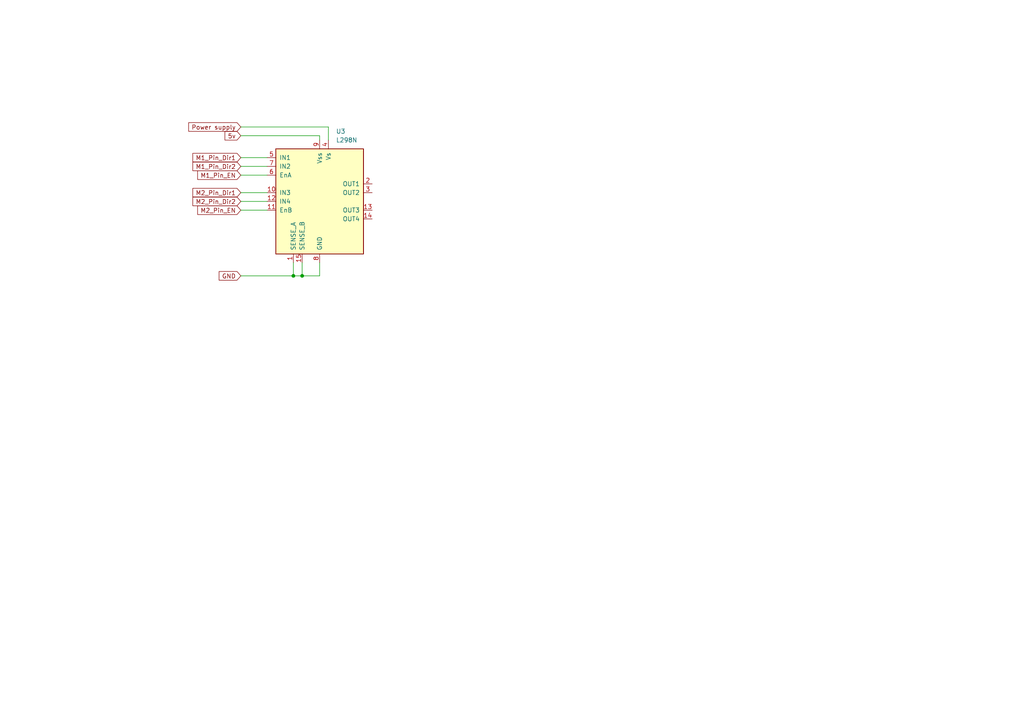
<source format=kicad_sch>
(kicad_sch (version 20231120) (generator "eeschema") (generator_version "8.0")
  (paper "A4")
  (title_block (title "Carte electronique Exodus") (company "Fablab"))
  (lib_symbols
    (symbol "Driver_Motor:L298N" (pin_names (offset 1.016))
      (property "Reference" "U" (at -10.16 16.51 0))
      (property "Value" "L298N" (at 12.7 16.51 0))
      (symbol "L298N_0_1"
        (rectangle (start -12.7 15.24) (end 12.7 -15.24) (stroke (width 0.254)) (fill (type background)))
      )
      (symbol "L298N_1_1"
        (pin power_in line (at -7.62 -17.78 90) (length 2.54) (name "SENSE_A") (number "1"))
        (pin input line (at -15.24 2.54 0) (length 2.54) (name "IN3") (number "10"))
        (pin input line (at -15.24 -2.54 0) (length 2.54) (name "EnB") (number "11"))
        (pin input line (at -15.24 0 0) (length 2.54) (name "IN4") (number "12"))
        (pin output line (at 15.24 -2.54 180) (length 2.54) (name "OUT3") (number "13"))
        (pin output line (at 15.24 -5.08 180) (length 2.54) (name "OUT4") (number "14"))
        (pin power_in line (at -5.08 -17.78 90) (length 2.54) (name "SENSE_B") (number "15"))
        (pin output line (at 15.24 5.08 180) (length 2.54) (name "OUT1") (number "2"))
        (pin output line (at 15.24 2.54 180) (length 2.54) (name "OUT2") (number "3"))
        (pin power_in line (at 2.54 17.78 270) (length 2.54) (name "Vs") (number "4"))
        (pin input line (at -15.24 12.7 0) (length 2.54) (name "IN1") (number "5"))
        (pin input line (at -15.24 7.62 0) (length 2.54) (name "EnA") (number "6"))
        (pin input line (at -15.24 10.16 0) (length 2.54) (name "IN2") (number "7"))
        (pin power_in line (at 0 -17.78 90) (length 2.54) (name "GND") (number "8"))
        (pin power_in line (at 0 17.78 270) (length 2.54) (name "Vss") (number "9"))
      )
    )
  )
  (junction (at 85.09 80.01))
  (junction (at 87.63 80.01))
  (wire (pts (xy 69.85 45.72) (xy 77.47 45.72)))
  (wire (pts (xy 85.09 80.01) (xy 87.63 80.01)))
  (wire (pts (xy 69.85 80.01) (xy 85.09 80.01)))
  (wire (pts (xy 69.85 36.83) (xy 95.25 36.83)))
  (wire (pts (xy 87.63 80.01) (xy 87.63 76.2)))
  (wire (pts (xy 69.85 58.42) (xy 77.47 58.42)))
  (wire (pts (xy 92.71 80.01) (xy 92.71 76.2)))
  (wire (pts (xy 69.85 55.88) (xy 77.47 55.88)))
  (wire (pts (xy 87.63 80.01) (xy 92.71 80.01)))
  (wire (pts (xy 69.85 60.96) (xy 77.47 60.96)))
  (wire (pts (xy 85.09 80.01) (xy 85.09 76.2)))
  (wire (pts (xy 69.85 39.37) (xy 92.71 39.37)))
  (wire (pts (xy 92.71 39.37) (xy 92.71 40.64)))
  (wire (pts (xy 95.25 36.83) (xy 95.25 40.64)))
  (wire (pts (xy 69.85 50.8) (xy 77.47 50.8)))
  (wire (pts (xy 69.85 48.26) (xy 77.47 48.26)))
  (global_label "M1_Pin_Dir1" (shape input) (at 69.85 45.72 180) (property "Intersheetrefs" "${INTERSHEET_REFS}" (effects (hide yes))))
  (global_label "Power supply" (shape input) (at 69.85 36.83 180) (property "Intersheetrefs" "${INTERSHEET_REFS}" (effects (hide yes))))
  (global_label "5v" (shape input) (at 69.85 39.37 180) (property "Intersheetrefs" "${INTERSHEET_REFS}" (effects (hide yes))))
  (global_label "M2_Pin_Dir2" (shape input) (at 69.85 58.42 180) (property "Intersheetrefs" "${INTERSHEET_REFS}" (effects (hide yes))))
  (global_label "M2_Pin_Dir1" (shape input) (at 69.85 55.88 180) (property "Intersheetrefs" "${INTERSHEET_REFS}" (effects (hide yes))))
  (global_label "M2_Pin_EN" (shape input) (at 69.85 60.96 180) (property "Intersheetrefs" "${INTERSHEET_REFS}" (effects (hide yes))))
  (global_label "M1_Pin_Dir2" (shape input) (at 69.85 48.26 180) (property "Intersheetrefs" "${INTERSHEET_REFS}" (effects (hide yes))))
  (global_label "M1_Pin_EN" (shape input) (at 69.85 50.8 180) (property "Intersheetrefs" "${INTERSHEET_REFS}" (effects (hide yes))))
  (global_label "GND" (shape input) (at 69.85 80.01 180) (property "Intersheetrefs" "${INTERSHEET_REFS}" (effects (hide yes))))
  (symbol (lib_id "Driver_Motor:L298N") (at 92.71 58.42 0) (unit 1)
    (property "Reference" "U3" (at 97.4441 38.1 0) (effects (justify left)))
    (property "Value" "L298N" (at 97.4441 40.64 0) (effects (justify left)))
    (property "Footprint" "Package_TO_SOT_THT:TO-220-15_P2.54x2.54mm_StaggerOdd_Lead4.58mm_Vertical" (effects (hide yes)))
    (property "Datasheet" "http://www.st.com/st-web-ui/static/active/en/resource/technical/document/datasheet/CD00000240.pdf" (effects (hide yes)))
    (property "Description" "Dual full bridge motor driver, up to 46V, 4A, Multiwatt15-V" (effects (hide yes)))
  )
)
</source>
